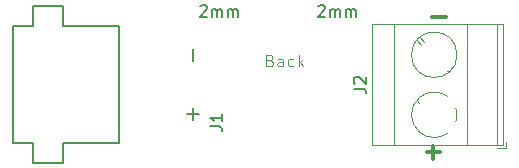
<source format=gbr>
%TF.GenerationSoftware,KiCad,Pcbnew,8.0.8*%
%TF.CreationDate,2025-05-09T18:55:12-05:00*%
%TF.ProjectId,PCB_screwSwitch,5043425f-7363-4726-9577-537769746368,rev?*%
%TF.SameCoordinates,Original*%
%TF.FileFunction,Legend,Top*%
%TF.FilePolarity,Positive*%
%FSLAX46Y46*%
G04 Gerber Fmt 4.6, Leading zero omitted, Abs format (unit mm)*
G04 Created by KiCad (PCBNEW 8.0.8) date 2025-05-09 18:55:12*
%MOMM*%
%LPD*%
G01*
G04 APERTURE LIST*
%ADD10C,0.300000*%
%ADD11C,0.150000*%
%ADD12C,0.100000*%
%ADD13C,0.127000*%
%ADD14C,0.120000*%
G04 APERTURE END LIST*
D10*
X175054510Y-76229400D02*
X176197368Y-76229400D01*
X174554510Y-87729400D02*
X175697368Y-87729400D01*
X175125939Y-88300828D02*
X175125939Y-87157971D01*
D11*
X165380953Y-75350057D02*
X165428572Y-75302438D01*
X165428572Y-75302438D02*
X165523810Y-75254819D01*
X165523810Y-75254819D02*
X165761905Y-75254819D01*
X165761905Y-75254819D02*
X165857143Y-75302438D01*
X165857143Y-75302438D02*
X165904762Y-75350057D01*
X165904762Y-75350057D02*
X165952381Y-75445295D01*
X165952381Y-75445295D02*
X165952381Y-75540533D01*
X165952381Y-75540533D02*
X165904762Y-75683390D01*
X165904762Y-75683390D02*
X165333334Y-76254819D01*
X165333334Y-76254819D02*
X165952381Y-76254819D01*
X166380953Y-76254819D02*
X166380953Y-75588152D01*
X166380953Y-75683390D02*
X166428572Y-75635771D01*
X166428572Y-75635771D02*
X166523810Y-75588152D01*
X166523810Y-75588152D02*
X166666667Y-75588152D01*
X166666667Y-75588152D02*
X166761905Y-75635771D01*
X166761905Y-75635771D02*
X166809524Y-75731009D01*
X166809524Y-75731009D02*
X166809524Y-76254819D01*
X166809524Y-75731009D02*
X166857143Y-75635771D01*
X166857143Y-75635771D02*
X166952381Y-75588152D01*
X166952381Y-75588152D02*
X167095238Y-75588152D01*
X167095238Y-75588152D02*
X167190477Y-75635771D01*
X167190477Y-75635771D02*
X167238096Y-75731009D01*
X167238096Y-75731009D02*
X167238096Y-76254819D01*
X167714286Y-76254819D02*
X167714286Y-75588152D01*
X167714286Y-75683390D02*
X167761905Y-75635771D01*
X167761905Y-75635771D02*
X167857143Y-75588152D01*
X167857143Y-75588152D02*
X168000000Y-75588152D01*
X168000000Y-75588152D02*
X168095238Y-75635771D01*
X168095238Y-75635771D02*
X168142857Y-75731009D01*
X168142857Y-75731009D02*
X168142857Y-76254819D01*
X168142857Y-75731009D02*
X168190476Y-75635771D01*
X168190476Y-75635771D02*
X168285714Y-75588152D01*
X168285714Y-75588152D02*
X168428571Y-75588152D01*
X168428571Y-75588152D02*
X168523810Y-75635771D01*
X168523810Y-75635771D02*
X168571429Y-75731009D01*
X168571429Y-75731009D02*
X168571429Y-76254819D01*
D12*
X161285714Y-79933609D02*
X161428571Y-79981228D01*
X161428571Y-79981228D02*
X161476190Y-80028847D01*
X161476190Y-80028847D02*
X161523809Y-80124085D01*
X161523809Y-80124085D02*
X161523809Y-80266942D01*
X161523809Y-80266942D02*
X161476190Y-80362180D01*
X161476190Y-80362180D02*
X161428571Y-80409800D01*
X161428571Y-80409800D02*
X161333333Y-80457419D01*
X161333333Y-80457419D02*
X160952381Y-80457419D01*
X160952381Y-80457419D02*
X160952381Y-79457419D01*
X160952381Y-79457419D02*
X161285714Y-79457419D01*
X161285714Y-79457419D02*
X161380952Y-79505038D01*
X161380952Y-79505038D02*
X161428571Y-79552657D01*
X161428571Y-79552657D02*
X161476190Y-79647895D01*
X161476190Y-79647895D02*
X161476190Y-79743133D01*
X161476190Y-79743133D02*
X161428571Y-79838371D01*
X161428571Y-79838371D02*
X161380952Y-79885990D01*
X161380952Y-79885990D02*
X161285714Y-79933609D01*
X161285714Y-79933609D02*
X160952381Y-79933609D01*
X162380952Y-80457419D02*
X162380952Y-79933609D01*
X162380952Y-79933609D02*
X162333333Y-79838371D01*
X162333333Y-79838371D02*
X162238095Y-79790752D01*
X162238095Y-79790752D02*
X162047619Y-79790752D01*
X162047619Y-79790752D02*
X161952381Y-79838371D01*
X162380952Y-80409800D02*
X162285714Y-80457419D01*
X162285714Y-80457419D02*
X162047619Y-80457419D01*
X162047619Y-80457419D02*
X161952381Y-80409800D01*
X161952381Y-80409800D02*
X161904762Y-80314561D01*
X161904762Y-80314561D02*
X161904762Y-80219323D01*
X161904762Y-80219323D02*
X161952381Y-80124085D01*
X161952381Y-80124085D02*
X162047619Y-80076466D01*
X162047619Y-80076466D02*
X162285714Y-80076466D01*
X162285714Y-80076466D02*
X162380952Y-80028847D01*
X163285714Y-80409800D02*
X163190476Y-80457419D01*
X163190476Y-80457419D02*
X163000000Y-80457419D01*
X163000000Y-80457419D02*
X162904762Y-80409800D01*
X162904762Y-80409800D02*
X162857143Y-80362180D01*
X162857143Y-80362180D02*
X162809524Y-80266942D01*
X162809524Y-80266942D02*
X162809524Y-79981228D01*
X162809524Y-79981228D02*
X162857143Y-79885990D01*
X162857143Y-79885990D02*
X162904762Y-79838371D01*
X162904762Y-79838371D02*
X163000000Y-79790752D01*
X163000000Y-79790752D02*
X163190476Y-79790752D01*
X163190476Y-79790752D02*
X163285714Y-79838371D01*
X163714286Y-80457419D02*
X163714286Y-79457419D01*
X163809524Y-80076466D02*
X164095238Y-80457419D01*
X164095238Y-79790752D02*
X163714286Y-80171704D01*
D11*
X156242319Y-85508333D02*
X156956604Y-85508333D01*
X156956604Y-85508333D02*
X157099461Y-85555952D01*
X157099461Y-85555952D02*
X157194700Y-85651190D01*
X157194700Y-85651190D02*
X157242319Y-85794047D01*
X157242319Y-85794047D02*
X157242319Y-85889285D01*
X157242319Y-84508333D02*
X157242319Y-85079761D01*
X157242319Y-84794047D02*
X156242319Y-84794047D01*
X156242319Y-84794047D02*
X156385176Y-84889285D01*
X156385176Y-84889285D02*
X156480414Y-84984523D01*
X156480414Y-84984523D02*
X156528033Y-85079761D01*
X168394819Y-82338333D02*
X169109104Y-82338333D01*
X169109104Y-82338333D02*
X169251961Y-82385952D01*
X169251961Y-82385952D02*
X169347200Y-82481190D01*
X169347200Y-82481190D02*
X169394819Y-82624047D01*
X169394819Y-82624047D02*
X169394819Y-82719285D01*
X168490057Y-81909761D02*
X168442438Y-81862142D01*
X168442438Y-81862142D02*
X168394819Y-81766904D01*
X168394819Y-81766904D02*
X168394819Y-81528809D01*
X168394819Y-81528809D02*
X168442438Y-81433571D01*
X168442438Y-81433571D02*
X168490057Y-81385952D01*
X168490057Y-81385952D02*
X168585295Y-81338333D01*
X168585295Y-81338333D02*
X168680533Y-81338333D01*
X168680533Y-81338333D02*
X168823390Y-81385952D01*
X168823390Y-81385952D02*
X169394819Y-81957380D01*
X169394819Y-81957380D02*
X169394819Y-81338333D01*
X155380953Y-75350057D02*
X155428572Y-75302438D01*
X155428572Y-75302438D02*
X155523810Y-75254819D01*
X155523810Y-75254819D02*
X155761905Y-75254819D01*
X155761905Y-75254819D02*
X155857143Y-75302438D01*
X155857143Y-75302438D02*
X155904762Y-75350057D01*
X155904762Y-75350057D02*
X155952381Y-75445295D01*
X155952381Y-75445295D02*
X155952381Y-75540533D01*
X155952381Y-75540533D02*
X155904762Y-75683390D01*
X155904762Y-75683390D02*
X155333334Y-76254819D01*
X155333334Y-76254819D02*
X155952381Y-76254819D01*
X156380953Y-76254819D02*
X156380953Y-75588152D01*
X156380953Y-75683390D02*
X156428572Y-75635771D01*
X156428572Y-75635771D02*
X156523810Y-75588152D01*
X156523810Y-75588152D02*
X156666667Y-75588152D01*
X156666667Y-75588152D02*
X156761905Y-75635771D01*
X156761905Y-75635771D02*
X156809524Y-75731009D01*
X156809524Y-75731009D02*
X156809524Y-76254819D01*
X156809524Y-75731009D02*
X156857143Y-75635771D01*
X156857143Y-75635771D02*
X156952381Y-75588152D01*
X156952381Y-75588152D02*
X157095238Y-75588152D01*
X157095238Y-75588152D02*
X157190477Y-75635771D01*
X157190477Y-75635771D02*
X157238096Y-75731009D01*
X157238096Y-75731009D02*
X157238096Y-76254819D01*
X157714286Y-76254819D02*
X157714286Y-75588152D01*
X157714286Y-75683390D02*
X157761905Y-75635771D01*
X157761905Y-75635771D02*
X157857143Y-75588152D01*
X157857143Y-75588152D02*
X158000000Y-75588152D01*
X158000000Y-75588152D02*
X158095238Y-75635771D01*
X158095238Y-75635771D02*
X158142857Y-75731009D01*
X158142857Y-75731009D02*
X158142857Y-76254819D01*
X158142857Y-75731009D02*
X158190476Y-75635771D01*
X158190476Y-75635771D02*
X158285714Y-75588152D01*
X158285714Y-75588152D02*
X158428571Y-75588152D01*
X158428571Y-75588152D02*
X158523810Y-75635771D01*
X158523810Y-75635771D02*
X158571429Y-75731009D01*
X158571429Y-75731009D02*
X158571429Y-76254819D01*
D13*
%TO.C,J1*%
X139550000Y-77050000D02*
X141250000Y-77050000D01*
X139550000Y-86950000D02*
X139550000Y-77050000D01*
X141250000Y-75350000D02*
X143750000Y-75350000D01*
X141250000Y-77050000D02*
X141250000Y-75350000D01*
X141250000Y-86950000D02*
X139550000Y-86950000D01*
X141250000Y-88650000D02*
X141250000Y-86950000D01*
X143750000Y-75350000D02*
X143750000Y-77050000D01*
X143750000Y-77050000D02*
X148550000Y-77050000D01*
X143750000Y-86950000D02*
X143750000Y-88650000D01*
X143750000Y-88650000D02*
X141250000Y-88650000D01*
X148550000Y-77050000D02*
X148550000Y-86950000D01*
X148550000Y-86950000D02*
X143750000Y-86950000D01*
X154750000Y-80000000D02*
X154750000Y-79000000D01*
X154750000Y-85000000D02*
X154750000Y-84000000D01*
X155250000Y-84500000D02*
X154250000Y-84500000D01*
D14*
%TO.C,J2*%
X169940000Y-76865000D02*
X181060000Y-76865000D01*
X169940000Y-87145000D02*
X169940000Y-76865000D01*
X169940000Y-87145000D02*
X181060000Y-87145000D01*
X171800000Y-87145000D02*
X171800000Y-76865000D01*
X173736000Y-78236000D02*
X174126000Y-78627000D01*
X173736000Y-83316000D02*
X173951000Y-83532000D01*
X173971000Y-78001000D02*
X174321000Y-78351000D01*
X176321000Y-80821000D02*
X176428000Y-80928000D01*
X176583000Y-80612000D02*
X176664000Y-80693000D01*
X178000000Y-87145000D02*
X178000000Y-76865000D01*
X180500000Y-87145000D02*
X180500000Y-76865000D01*
X180560000Y-87385000D02*
X181300000Y-87385000D01*
X181060000Y-87145000D02*
X181060000Y-76865000D01*
X181300000Y-87385000D02*
X181300000Y-86885000D01*
X173985391Y-86045317D02*
G75*
G02*
X173985000Y-83045000I1214607J1500317D01*
G01*
X174011825Y-83023355D02*
G75*
G02*
X176389000Y-83024000I1188175J-1521645D01*
G01*
X176388175Y-86066645D02*
G75*
G02*
X174011000Y-86066000I-1188175J1521645D01*
G01*
X177035539Y-83948597D02*
G75*
G02*
X177130000Y-84545000I-1835572J-596408D01*
G01*
X177130000Y-79465000D02*
G75*
G02*
X173270000Y-79465000I-1930000J0D01*
G01*
X173270000Y-79465000D02*
G75*
G02*
X177130000Y-79465000I1930000J0D01*
G01*
X177130336Y-84511731D02*
G75*
G02*
X177036000Y-85142000I-1930312J-33274D01*
G01*
%TD*%
M02*

</source>
